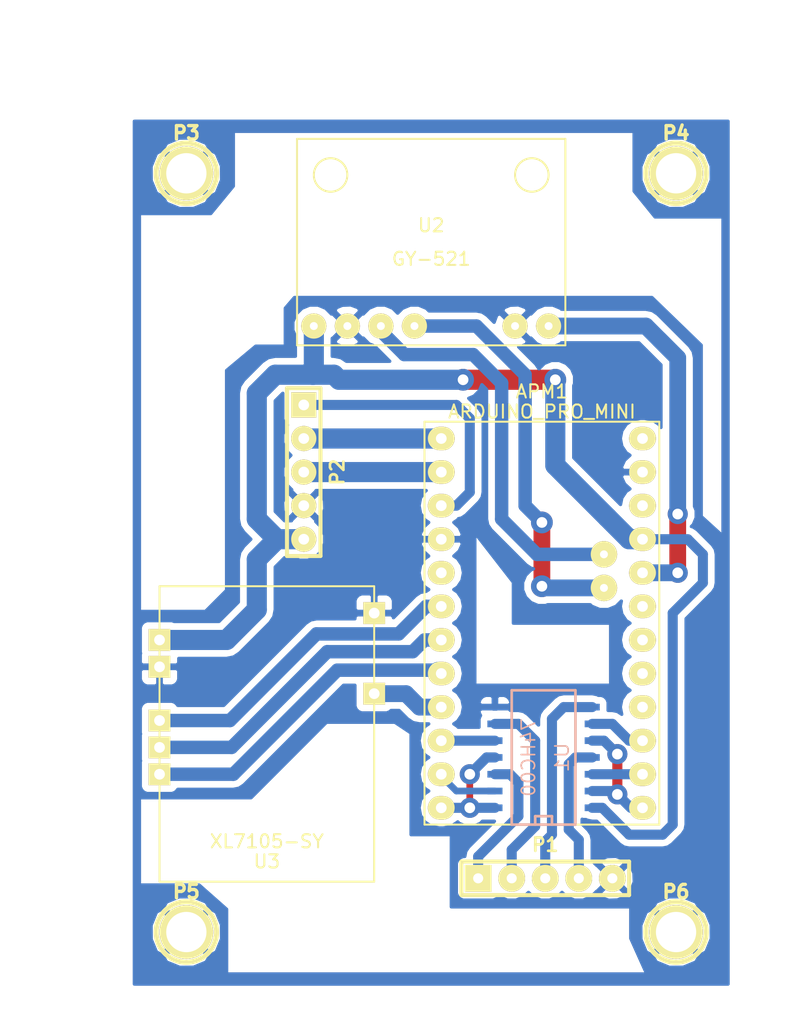
<source format=kicad_pcb>
(kicad_pcb (version 3) (host pcbnew "(22-Jun-2014 BZR 4027)-stable")

  (general
    (links 38)
    (no_connects 0)
    (area 108.712 63.5 170.496572 129.032001)
    (thickness 1.6)
    (drawings 6)
    (tracks 125)
    (zones 0)
    (modules 10)
    (nets 23)
  )

  (page USLetter)
  (layers
    (15 F.Cu signal)
    (0 B.Cu signal)
    (16 B.Adhes user)
    (17 F.Adhes user)
    (18 B.Paste user)
    (19 F.Paste user)
    (20 B.SilkS user)
    (21 F.SilkS user)
    (22 B.Mask user)
    (23 F.Mask user)
    (24 Dwgs.User user)
    (25 Cmts.User user)
    (26 Eco1.User user)
    (27 Eco2.User user)
    (28 Edge.Cuts user)
  )

  (setup
    (last_trace_width 1.524)
    (user_trace_width 0.381)
    (user_trace_width 0.508)
    (user_trace_width 0.635)
    (user_trace_width 0.762)
    (user_trace_width 0.889)
    (user_trace_width 1.016)
    (user_trace_width 1.143)
    (user_trace_width 1.27)
    (user_trace_width 1.397)
    (user_trace_width 1.524)
    (user_trace_width 1.651)
    (user_trace_width 1.778)
    (trace_clearance 0.2032)
    (zone_clearance 0.508)
    (zone_45_only no)
    (trace_min 0.254)
    (segment_width 0.2)
    (edge_width 0.1)
    (via_size 0.889)
    (via_drill 0.635)
    (via_min_size 0.889)
    (via_min_drill 0.508)
    (user_via 1.016 0.8128)
    (user_via 1.143 0.8128)
    (user_via 1.27 0.8128)
    (user_via 1.397 0.8128)
    (user_via 1.524 0.8128)
    (user_via 1.651 0.8128)
    (user_via 1.778 0.8128)
    (uvia_size 0.508)
    (uvia_drill 0.127)
    (uvias_allowed no)
    (uvia_min_size 0.508)
    (uvia_min_drill 0.127)
    (pcb_text_width 0.3)
    (pcb_text_size 1.5 1.5)
    (mod_edge_width 0.15)
    (mod_text_size 1 1)
    (mod_text_width 0.15)
    (pad_size 1.651 1.651)
    (pad_drill 0.8128)
    (pad_to_mask_clearance 0)
    (aux_axis_origin 0 0)
    (visible_elements FFFFFFBF)
    (pcbplotparams
      (layerselection 32769)
      (usegerberextensions false)
      (excludeedgelayer true)
      (linewidth 0.150000)
      (plotframeref false)
      (viasonmask false)
      (mode 1)
      (useauxorigin false)
      (hpglpennumber 1)
      (hpglpenspeed 20)
      (hpglpendiameter 15)
      (hpglpenoverlay 2)
      (psnegative false)
      (psa4output false)
      (plotreference true)
      (plotvalue true)
      (plotothertext true)
      (plotinvisibletext false)
      (padsonsilk false)
      (subtractmaskfromsilk false)
      (outputformat 1)
      (mirror false)
      (drillshape 0)
      (scaleselection 1)
      (outputdirectory ""))
  )

  (net 0 "")
  (net 1 /PWM1A)
  (net 2 /PWM1B)
  (net 3 /PWM2A)
  (net 4 /PWM2B)
  (net 5 /SCL)
  (net 6 /SDA)
  (net 7 EN1_A)
  (net 8 EN1_B)
  (net 9 EN2_A)
  (net 10 EN2_B)
  (net 11 GIO)
  (net 12 GND)
  (net 13 INT)
  (net 14 PWM1)
  (net 15 PWM2)
  (net 16 RST)
  (net 17 RX)
  (net 18 SCK)
  (net 19 SCS)
  (net 20 SDIO)
  (net 21 TX)
  (net 22 VCC)

  (net_class Default "This is the default net class."
    (clearance 0.2032)
    (trace_width 0.254)
    (via_dia 0.889)
    (via_drill 0.635)
    (uvia_dia 0.508)
    (uvia_drill 0.127)
    (add_net "")
    (add_net /PWM1A)
    (add_net /PWM1B)
    (add_net /PWM2A)
    (add_net /PWM2B)
    (add_net /SCL)
    (add_net /SDA)
    (add_net EN1_A)
    (add_net EN1_B)
    (add_net EN2_A)
    (add_net EN2_B)
    (add_net GIO)
    (add_net GND)
    (add_net INT)
    (add_net PWM1)
    (add_net PWM2)
    (add_net RST)
    (add_net RX)
    (add_net SCK)
    (add_net SCS)
    (add_net SDIO)
    (add_net TX)
    (add_net VCC)
  )

  (module ArduinoProMini (layer F.Cu) (tedit 55C57725) (tstamp 555C2654)
    (at 139.7 101.6)
    (path /555C215E)
    (fp_text reference APM1 (at 0 -17.526) (layer F.SilkS)
      (effects (font (size 1 1) (thickness 0.15)))
    )
    (fp_text value ARDUINO_PRO_MINI (at 0 -16.002) (layer F.SilkS)
      (effects (font (size 1 1) (thickness 0.15)))
    )
    (fp_line (start -8.89 -15.24) (end 8.89 -15.24) (layer F.SilkS) (width 0.15))
    (fp_line (start 8.89 -15.24) (end 8.89 15.24) (layer F.SilkS) (width 0.15))
    (fp_line (start 8.89 15.24) (end -8.89 15.24) (layer F.SilkS) (width 0.15))
    (fp_line (start -8.89 15.24) (end -8.89 -15.24) (layer F.SilkS) (width 0.15))
    (pad 1 thru_hole oval (at -7.62 -13.97) (size 2.032 1.778) (drill 0.8128)
      (layers *.Cu *.Mask F.SilkS)
      (net 21 TX)
    )
    (pad 2 thru_hole oval (at -7.62 -11.43) (size 2.032 1.778) (drill 0.8128)
      (layers *.Cu *.Mask F.SilkS)
      (net 17 RX)
    )
    (pad 3 thru_hole oval (at -7.62 -8.89) (size 2.032 1.778) (drill 0.8128)
      (layers *.Cu *.Mask F.SilkS)
      (net 16 RST)
    )
    (pad 4 thru_hole oval (at -7.62 -6.35) (size 2.032 1.778) (drill 0.8128)
      (layers *.Cu *.Mask F.SilkS)
      (net 12 GND)
    )
    (pad 5 thru_hole oval (at -7.62 -3.81) (size 2.032 1.778) (drill 0.8128)
      (layers *.Cu *.Mask F.SilkS)
    )
    (pad 6 thru_hole oval (at -7.62 -1.27) (size 2.032 1.778) (drill 0.8128)
      (layers *.Cu *.Mask F.SilkS)
      (net 19 SCS)
    )
    (pad 7 thru_hole oval (at -7.62 1.27) (size 2.032 1.778) (drill 0.8128)
      (layers *.Cu *.Mask F.SilkS)
      (net 18 SCK)
    )
    (pad 8 thru_hole oval (at -7.62 3.81) (size 2.032 1.778) (drill 0.8128)
      (layers *.Cu *.Mask F.SilkS)
      (net 20 SDIO)
    )
    (pad 9 thru_hole oval (at -7.62 6.35) (size 2.032 1.778) (drill 0.8128)
      (layers *.Cu *.Mask F.SilkS)
      (net 11 GIO)
    )
    (pad 10 thru_hole oval (at -7.62 8.89) (size 2.032 1.778) (drill 0.8128)
      (layers *.Cu *.Mask F.SilkS)
      (net 8 EN1_B)
    )
    (pad 11 thru_hole oval (at -7.62 11.43) (size 2.032 1.778) (drill 0.8128)
      (layers *.Cu *.Mask F.SilkS)
      (net 7 EN1_A)
    )
    (pad 12 thru_hole oval (at -7.62 13.97) (size 2.032 1.778) (drill 0.8128)
      (layers *.Cu *.Mask F.SilkS)
      (net 14 PWM1)
    )
    (pad 13 thru_hole oval (at 7.62 13.97) (size 2.032 1.778) (drill 0.8128)
      (layers *.Cu *.Mask F.SilkS)
      (net 15 PWM2)
    )
    (pad 14 thru_hole oval (at 7.62 11.43) (size 2.032 1.778) (drill 0.8128)
      (layers *.Cu *.Mask F.SilkS)
      (net 10 EN2_B)
    )
    (pad 15 thru_hole oval (at 7.62 8.89) (size 2.032 1.778) (drill 0.8128)
      (layers *.Cu *.Mask F.SilkS)
      (net 9 EN2_A)
    )
    (pad 16 thru_hole oval (at 7.62 6.35) (size 2.032 1.778) (drill 0.8128)
      (layers *.Cu *.Mask F.SilkS)
    )
    (pad 17 thru_hole oval (at 7.62 3.81) (size 2.032 1.778) (drill 0.8128)
      (layers *.Cu *.Mask F.SilkS)
    )
    (pad 18 thru_hole oval (at 7.62 1.27) (size 2.032 1.778) (drill 0.8128)
      (layers *.Cu *.Mask F.SilkS)
    )
    (pad 19 thru_hole oval (at 7.62 -1.27) (size 2.032 1.778) (drill 0.8128)
      (layers *.Cu *.Mask F.SilkS)
    )
    (pad 20 thru_hole oval (at 7.62 -3.81) (size 2.032 1.778) (drill 0.8128)
      (layers *.Cu *.Mask F.SilkS)
      (net 13 INT)
    )
    (pad 21 thru_hole oval (at 7.62 -6.35) (size 2.032 1.778) (drill 0.8128)
      (layers *.Cu *.Mask F.SilkS)
      (net 22 VCC)
    )
    (pad 22 thru_hole oval (at 7.62 -8.89) (size 2.032 1.778) (drill 0.8128)
      (layers *.Cu *.Mask F.SilkS)
    )
    (pad 23 thru_hole oval (at 7.62 -11.43) (size 2.032 1.778) (drill 0.8128)
      (layers *.Cu *.Mask F.SilkS)
      (net 12 GND)
    )
    (pad 24 thru_hole oval (at 7.62 -13.97) (size 2.032 1.778) (drill 0.8128)
      (layers *.Cu *.Mask F.SilkS)
    )
    (pad 25 thru_hole circle (at 4.699 -5.207) (size 2 2) (drill 0.6)
      (layers *.Cu *.Mask F.SilkS)
      (net 5 /SCL)
    )
    (pad 26 thru_hole circle (at 4.699 -2.667) (size 2 2) (drill 0.6)
      (layers *.Cu *.Mask F.SilkS)
      (net 6 /SDA)
    )
  )

  (module SOP14N (layer B.Cu) (tedit 555D0CF5) (tstamp 555D1700)
    (at 139.954 111.76 90)
    (descr "Module CMS SOP 14 pins Large")
    (tags "CMS SOP")
    (path /555C25E6)
    (attr smd)
    (fp_text reference U1 (at 0 1.27 90) (layer B.SilkS)
      (effects (font (size 1.016 1.143) (thickness 0.127)) (justify mirror))
    )
    (fp_text value 74HC00 (at 0 -1.27 90) (layer B.SilkS)
      (effects (font (size 1.016 1.016) (thickness 0.127)) (justify mirror))
    )
    (fp_line (start 5.08 2.286) (end 5.08 -2.54) (layer B.SilkS) (width 0.2032))
    (fp_line (start 5.08 -2.54) (end -5.08 -2.54) (layer B.SilkS) (width 0.2032))
    (fp_line (start -5.08 -2.54) (end -5.08 2.286) (layer B.SilkS) (width 0.2032))
    (fp_line (start -5.08 2.286) (end 5.08 2.286) (layer B.SilkS) (width 0.2032))
    (fp_line (start -5.08 0.508) (end -4.445 0.508) (layer B.SilkS) (width 0.2032))
    (fp_line (start -4.445 0.508) (end -4.445 -0.762) (layer B.SilkS) (width 0.2032))
    (fp_line (start -4.445 -0.762) (end -5.08 -0.762) (layer B.SilkS) (width 0.2032))
    (pad 1 smd rect (at -3.81 -3.81 90) (size 0.508 1.143)
      (layers B.Cu B.Paste B.Mask)
      (net 14 PWM1)
    )
    (pad 2 smd rect (at -2.54 -3.81 90) (size 0.508 1.143)
      (layers B.Cu B.Paste B.Mask)
      (net 7 EN1_A)
    )
    (pad 3 smd rect (at -1.27 -3.81 90) (size 0.508 1.143)
      (layers B.Cu B.Paste B.Mask)
      (net 3 /PWM2A)
    )
    (pad 4 smd rect (at 0 -3.81 90) (size 0.508 1.143)
      (layers B.Cu B.Paste B.Mask)
      (net 14 PWM1)
    )
    (pad 5 smd rect (at 1.27 -3.81 90) (size 0.508 1.143)
      (layers B.Cu B.Paste B.Mask)
      (net 8 EN1_B)
    )
    (pad 6 smd rect (at 2.54 -3.81 90) (size 0.508 1.143)
      (layers B.Cu B.Paste B.Mask)
      (net 4 /PWM2B)
    )
    (pad 7 smd rect (at 3.81 -3.81 90) (size 0.508 1.143)
      (layers B.Cu B.Paste B.Mask)
      (net 12 GND)
    )
    (pad 8 smd rect (at 3.81 3.556 90) (size 0.508 1.143)
      (layers B.Cu B.Paste B.Mask)
      (net 1 /PWM1A)
    )
    (pad 9 smd rect (at 2.54 3.556 90) (size 0.508 1.143)
      (layers B.Cu B.Paste B.Mask)
      (net 9 EN2_A)
    )
    (pad 11 smd rect (at 0 3.556 90) (size 0.508 1.143)
      (layers B.Cu B.Paste B.Mask)
      (net 2 /PWM1B)
    )
    (pad 12 smd rect (at -1.27 3.556 90) (size 0.508 1.143)
      (layers B.Cu B.Paste B.Mask)
      (net 10 EN2_B)
    )
    (pad 13 smd rect (at -2.54 3.556 90) (size 0.508 1.143)
      (layers B.Cu B.Paste B.Mask)
      (net 15 PWM2)
    )
    (pad 14 smd rect (at -3.81 3.556 90) (size 0.508 1.143)
      (layers B.Cu B.Paste B.Mask)
      (net 22 VCC)
    )
    (pad 10 smd rect (at 1.27 3.556 90) (size 0.508 1.143)
      (layers B.Cu B.Paste B.Mask)
      (net 15 PWM2)
    )
    (model smd/cms_so14.wrl
      (at (xyz 0 0 0))
      (scale (xyz 0.5 0.4 0.5))
      (rotate (xyz 0 0 0))
    )
  )

  (module GY-521 (layer F.Cu) (tedit 55C66E38) (tstamp 555D1ABA)
    (at 131.318 72.771)
    (path /555D180F)
    (fp_text reference U2 (at 0 -1.27) (layer F.SilkS)
      (effects (font (size 1 1) (thickness 0.15)))
    )
    (fp_text value GY-521 (at 0 1.27) (layer F.SilkS)
      (effects (font (size 1 1) (thickness 0.15)))
    )
    (fp_circle (center -7.62 -5.08) (end -6.35 -5.08) (layer F.SilkS) (width 0.15))
    (fp_circle (center 7.62 -5.08) (end 8.89 -5.08) (layer F.SilkS) (width 0.15))
    (fp_line (start -10.16 -7.8105) (end 10.16 -7.8105) (layer F.SilkS) (width 0.15))
    (fp_line (start 10.16 -7.8105) (end 10.16 7.8105) (layer F.SilkS) (width 0.15))
    (fp_line (start 10.16 7.8105) (end -10.16 7.8105) (layer F.SilkS) (width 0.15))
    (fp_line (start -10.16 7.8105) (end -10.16 -7.8105) (layer F.SilkS) (width 0.15))
    (pad 1 thru_hole circle (at -8.89 6.35) (size 1.905 1.905) (drill 0.6)
      (layers *.Cu *.Mask F.SilkS)
      (net 22 VCC)
    )
    (pad 2 thru_hole circle (at -6.35 6.35) (size 1.905 1.905) (drill 0.6)
      (layers *.Cu *.Mask F.SilkS)
      (net 12 GND)
    )
    (pad 3 thru_hole circle (at -3.81 6.35) (size 1.905 1.905) (drill 0.6)
      (layers *.Cu *.Mask F.SilkS)
      (net 5 /SCL)
    )
    (pad 4 thru_hole circle (at -1.27 6.35) (size 1.905 1.905) (drill 0.6)
      (layers *.Cu *.Mask F.SilkS)
      (net 6 /SDA)
    )
    (pad 7 thru_hole circle (at 6.35 6.35) (size 1.905 1.905) (drill 0.6)
      (layers *.Cu *.Mask F.SilkS)
      (net 12 GND)
    )
    (pad 8 thru_hole circle (at 8.89 6.35) (size 1.905 1.905) (drill 0.6)
      (layers *.Cu *.Mask F.SilkS)
      (net 13 INT)
    )
  )

  (module PIN_ARRAY_5x1 (layer F.Cu) (tedit 555D21C7) (tstamp 555C2947)
    (at 139.954 120.904)
    (descr "Double rangee de contacts 2 x 5 pins")
    (tags CONN)
    (path /555D2538)
    (fp_text reference P1 (at 0 -2.54) (layer F.SilkS)
      (effects (font (size 1.016 1.016) (thickness 0.2032)))
    )
    (fp_text value PWM (at 0 2.54) (layer F.SilkS) hide
      (effects (font (size 1.016 1.016) (thickness 0.2032)))
    )
    (fp_line (start -6.35 -1.27) (end -6.35 1.27) (layer F.SilkS) (width 0.3048))
    (fp_line (start 6.35 1.27) (end 6.35 -1.27) (layer F.SilkS) (width 0.3048))
    (fp_line (start -6.35 -1.27) (end 6.35 -1.27) (layer F.SilkS) (width 0.3048))
    (fp_line (start 6.35 1.27) (end -6.35 1.27) (layer F.SilkS) (width 0.3048))
    (pad 1 thru_hole rect (at -5.08 0) (size 2.032 2.032) (drill 0.762)
      (layers *.Cu *.Mask F.SilkS)
      (net 3 /PWM2A)
    )
    (pad 2 thru_hole circle (at -2.54 0) (size 2.032 2.032) (drill 0.762)
      (layers *.Cu *.Mask F.SilkS)
      (net 4 /PWM2B)
    )
    (pad 3 thru_hole circle (at 0 0) (size 2.032 2.032) (drill 0.762)
      (layers *.Cu *.Mask F.SilkS)
      (net 1 /PWM1A)
    )
    (pad 4 thru_hole circle (at 2.54 0) (size 2.032 2.032) (drill 0.762)
      (layers *.Cu *.Mask F.SilkS)
      (net 2 /PWM1B)
    )
    (pad 5 thru_hole circle (at 5.08 0) (size 2.032 2.032) (drill 0.762)
      (layers *.Cu *.Mask F.SilkS)
      (net 12 GND)
    )
    (model pin_array/pins_array_5x1.wrl
      (at (xyz 0 0 0))
      (scale (xyz 1 1 1))
      (rotate (xyz 0 0 0))
    )
  )

  (module PIN_ARRAY_5x1 (layer F.Cu) (tedit 55C64FD4) (tstamp 55C64405)
    (at 121.666 90.17 270)
    (descr "Double rangee de contacts 2 x 5 pins")
    (tags CONN)
    (path /55C646AB)
    (fp_text reference P2 (at 0 -2.54 270) (layer F.SilkS)
      (effects (font (size 1.016 1.016) (thickness 0.2032)))
    )
    (fp_text value BT_USB (at 0 2.54 270) (layer F.SilkS) hide
      (effects (font (size 1.016 1.016) (thickness 0.2032)))
    )
    (fp_line (start -6.35 -1.27) (end -6.35 1.27) (layer F.SilkS) (width 0.3048))
    (fp_line (start 6.35 1.27) (end 6.35 -1.27) (layer F.SilkS) (width 0.3048))
    (fp_line (start -6.35 -1.27) (end 6.35 -1.27) (layer F.SilkS) (width 0.3048))
    (fp_line (start 6.35 1.27) (end -6.35 1.27) (layer F.SilkS) (width 0.3048))
    (pad 1 thru_hole rect (at -5.08 0 270) (size 1.905 1.905) (drill 0.8128)
      (layers *.Cu *.Mask F.SilkS)
      (net 16 RST)
    )
    (pad 2 thru_hole circle (at -2.54 0 270) (size 1.905 1.905) (drill 0.8128)
      (layers *.Cu *.Mask F.SilkS)
      (net 21 TX)
    )
    (pad 3 thru_hole circle (at 0 0 270) (size 1.905 1.905) (drill 0.8128)
      (layers *.Cu *.Mask F.SilkS)
      (net 17 RX)
    )
    (pad 4 thru_hole circle (at 2.54 0 270) (size 1.905 1.905) (drill 0.8128)
      (layers *.Cu *.Mask F.SilkS)
      (net 12 GND)
    )
    (pad 5 thru_hole circle (at 5.08 0 270) (size 1.905 1.905) (drill 0.8128)
      (layers *.Cu *.Mask F.SilkS)
      (net 22 VCC)
    )
    (model pin_array/pins_array_5x1.wrl
      (at (xyz 0 0 0))
      (scale (xyz 1 1 1))
      (rotate (xyz 0 0 0))
    )
  )

  (module XL7105-SY (layer F.Cu) (tedit 55C66C16) (tstamp 55C65DBD)
    (at 118.872 109.982 180)
    (path /55C65FCA)
    (fp_text reference U3 (at 0 -9.652 180) (layer F.SilkS)
      (effects (font (size 1 1) (thickness 0.15)))
    )
    (fp_text value XL7105-SY (at 0 -8.128 180) (layer F.SilkS)
      (effects (font (size 1 1) (thickness 0.15)))
    )
    (fp_line (start 8.128 11.176) (end 8.128 -11.176) (layer F.SilkS) (width 0.15))
    (fp_line (start 8.128 -11.176) (end -8.128 -11.176) (layer F.SilkS) (width 0.15))
    (fp_line (start -8.128 -11.176) (end -8.128 11.176) (layer F.SilkS) (width 0.15))
    (fp_line (start -8.128 11.176) (end 8.128 11.176) (layer F.SilkS) (width 0.15))
    (pad 13 thru_hole rect (at 8.128 7.112 180) (size 1.651 1.651) (drill 0.8128)
      (layers *.Cu *.Mask F.SilkS)
      (net 22 VCC)
    )
    (pad 12 thru_hole rect (at 8.128 5.08 180) (size 1.651 1.651) (drill 0.8128)
      (layers *.Cu *.Mask F.SilkS)
      (net 12 GND)
    )
    (pad 10 thru_hole rect (at 8.128 1.016 180) (size 1.651 1.651) (drill 0.8128)
      (layers *.Cu *.Mask F.SilkS)
      (net 19 SCS)
    )
    (pad 9 thru_hole rect (at 8.128 -1.016 180) (size 1.651 1.651) (drill 0.8128)
      (layers *.Cu *.Mask F.SilkS)
      (net 18 SCK)
    )
    (pad 7 thru_hole rect (at -8.128 9.144 180) (size 1.651 1.651) (drill 0.8128)
      (layers *.Cu *.Mask F.SilkS)
      (net 12 GND)
    )
    (pad 4 thru_hole rect (at -8.128 3.048 180) (size 1.651 1.651) (drill 0.8128)
      (layers *.Cu *.Mask F.SilkS)
      (net 11 GIO)
    )
    (pad 8 thru_hole rect (at 8.128 -3.048 180) (size 1.651 1.651) (drill 0.8128)
      (layers *.Cu *.Mask F.SilkS)
      (net 20 SDIO)
    )
  )

  (module 1pin (layer F.Cu) (tedit 200000) (tstamp 55C660CC)
    (at 112.776 67.564)
    (descr "module 1 pin (ou trou mecanique de percage)")
    (tags DEV)
    (path /55C66296)
    (fp_text reference P3 (at 0 -3.048) (layer F.SilkS)
      (effects (font (size 1.016 1.016) (thickness 0.254)))
    )
    (fp_text value CONN_1 (at 0 2.794) (layer F.SilkS) hide
      (effects (font (size 1.016 1.016) (thickness 0.254)))
    )
    (fp_circle (center 0 0) (end 0 -2.286) (layer F.SilkS) (width 0.381))
    (pad 1 thru_hole circle (at 0 0) (size 4.064 4.064) (drill 3.048)
      (layers *.Cu *.Mask F.SilkS)
      (net 12 GND)
    )
  )

  (module 1pin (layer F.Cu) (tedit 200000) (tstamp 55C660D2)
    (at 149.86 67.564)
    (descr "module 1 pin (ou trou mecanique de percage)")
    (tags DEV)
    (path /55C662A3)
    (fp_text reference P4 (at 0 -3.048) (layer F.SilkS)
      (effects (font (size 1.016 1.016) (thickness 0.254)))
    )
    (fp_text value CONN_1 (at 0 2.794) (layer F.SilkS) hide
      (effects (font (size 1.016 1.016) (thickness 0.254)))
    )
    (fp_circle (center 0 0) (end 0 -2.286) (layer F.SilkS) (width 0.381))
    (pad 1 thru_hole circle (at 0 0) (size 4.064 4.064) (drill 3.048)
      (layers *.Cu *.Mask F.SilkS)
      (net 12 GND)
    )
  )

  (module 1pin (layer F.Cu) (tedit 200000) (tstamp 55C660D8)
    (at 112.776 124.968)
    (descr "module 1 pin (ou trou mecanique de percage)")
    (tags DEV)
    (path /55C662A9)
    (fp_text reference P5 (at 0 -3.048) (layer F.SilkS)
      (effects (font (size 1.016 1.016) (thickness 0.254)))
    )
    (fp_text value CONN_1 (at 0 2.794) (layer F.SilkS) hide
      (effects (font (size 1.016 1.016) (thickness 0.254)))
    )
    (fp_circle (center 0 0) (end 0 -2.286) (layer F.SilkS) (width 0.381))
    (pad 1 thru_hole circle (at 0 0) (size 4.064 4.064) (drill 3.048)
      (layers *.Cu *.Mask F.SilkS)
      (net 12 GND)
    )
  )

  (module 1pin (layer F.Cu) (tedit 200000) (tstamp 55C660DE)
    (at 149.86 124.968)
    (descr "module 1 pin (ou trou mecanique de percage)")
    (tags DEV)
    (path /55C662AF)
    (fp_text reference P6 (at 0 -3.048) (layer F.SilkS)
      (effects (font (size 1.016 1.016) (thickness 0.254)))
    )
    (fp_text value CONN_1 (at 0 2.794) (layer F.SilkS) hide
      (effects (font (size 1.016 1.016) (thickness 0.254)))
    )
    (fp_circle (center 0 0) (end 0 -2.286) (layer F.SilkS) (width 0.381))
    (pad 1 thru_hole circle (at 0 0) (size 4.064 4.064) (drill 3.048)
      (layers *.Cu *.Mask F.SilkS)
      (net 12 GND)
    )
  )

  (dimension 65.532 (width 0.3) (layer Dwgs.User)
    (gr_text 65,532mm (at 104.949 96.266 90) (layer Dwgs.User)
      (effects (font (size 1.5 1.5) (thickness 0.3)))
    )
    (feature1 (pts (xy 108.712 63.5) (xy 103.599 63.5)))
    (feature2 (pts (xy 108.712 129.032) (xy 103.599 129.032)))
    (crossbar (pts (xy 106.299 129.032) (xy 106.299 63.5)))
    (arrow1a (pts (xy 106.299 63.5) (xy 106.88542 64.626503)))
    (arrow1b (pts (xy 106.299 63.5) (xy 105.71258 64.626503)))
    (arrow2a (pts (xy 106.299 129.032) (xy 106.88542 127.905497)))
    (arrow2b (pts (xy 106.299 129.032) (xy 105.71258 127.905497)))
  )
  (dimension 37.084 (width 0.3) (layer Dwgs.User)
    (gr_text 37,084mm (at 131.318 132.540999) (layer Dwgs.User)
      (effects (font (size 1.5 1.5) (thickness 0.3)))
    )
    (feature1 (pts (xy 149.86 124.968) (xy 149.86 133.890999)))
    (feature2 (pts (xy 112.776 124.968) (xy 112.776 133.890999)))
    (crossbar (pts (xy 112.776 131.190999) (xy 149.86 131.190999)))
    (arrow1a (pts (xy 149.86 131.190999) (xy 148.733497 131.777419)))
    (arrow1b (pts (xy 149.86 131.190999) (xy 148.733497 130.604579)))
    (arrow2a (pts (xy 112.776 131.190999) (xy 113.902503 131.777419)))
    (arrow2b (pts (xy 112.776 131.190999) (xy 113.902503 130.604579)))
  )
  (dimension 57.404 (width 0.3) (layer Dwgs.User)
    (gr_text 57,404mm (at 157.178999 96.266 270) (layer Dwgs.User)
      (effects (font (size 1.5 1.5) (thickness 0.3)))
    )
    (feature1 (pts (xy 149.86 124.968) (xy 158.528999 124.968)))
    (feature2 (pts (xy 149.86 67.564) (xy 158.528999 67.564)))
    (crossbar (pts (xy 155.828999 67.564) (xy 155.828999 124.968)))
    (arrow1a (pts (xy 155.828999 124.968) (xy 155.242579 123.841497)))
    (arrow1b (pts (xy 155.828999 124.968) (xy 156.415419 123.841497)))
    (arrow2a (pts (xy 155.828999 67.564) (xy 155.242579 68.690503)))
    (arrow2b (pts (xy 155.828999 67.564) (xy 156.415419 68.690503)))
  )
  (dimension 18.542 (width 0.3) (layer Dwgs.User)
    (gr_text 18,542mm (at 122.047 60.499001) (layer Dwgs.User)
      (effects (font (size 1.5 1.5) (thickness 0.3)))
    )
    (feature1 (pts (xy 131.318 67.564) (xy 131.318 59.149001)))
    (feature2 (pts (xy 112.776 67.564) (xy 112.776 59.149001)))
    (crossbar (pts (xy 112.776 61.849001) (xy 131.318 61.849001)))
    (arrow1a (pts (xy 131.318 61.849001) (xy 130.191497 62.435421)))
    (arrow1b (pts (xy 131.318 61.849001) (xy 130.191497 61.262581)))
    (arrow2a (pts (xy 112.776 61.849001) (xy 113.902503 62.435421)))
    (arrow2b (pts (xy 112.776 61.849001) (xy 113.902503 61.262581)))
  )
  (dimension 45.212 (width 0.3) (layer Dwgs.User)
    (gr_text 45,212mm (at 131.318 56.308001) (layer Dwgs.User)
      (effects (font (size 1.5 1.5) (thickness 0.3)))
    )
    (feature1 (pts (xy 153.924 63.5) (xy 153.924 54.958001)))
    (feature2 (pts (xy 108.712 63.5) (xy 108.712 54.958001)))
    (crossbar (pts (xy 108.712 57.658001) (xy 153.924 57.658001)))
    (arrow1a (pts (xy 153.924 57.658001) (xy 152.797497 58.244421)))
    (arrow1b (pts (xy 153.924 57.658001) (xy 152.797497 57.071581)))
    (arrow2a (pts (xy 108.712 57.658001) (xy 109.838503 58.244421)))
    (arrow2b (pts (xy 108.712 57.658001) (xy 109.838503 57.071581)))
  )
  (gr_line (start 120.396 97.79) (end 122.936 97.79) (angle 90) (layer Dwgs.User) (width 0.2))

  (segment (start 139.954 120.904) (end 139.954 118.11) (width 0.762) (layer B.Cu) (net 1))
  (segment (start 141.351 107.95) (end 143.51 107.95) (width 0.762) (layer B.Cu) (net 1) (tstamp 55C57B28))
  (segment (start 140.462 108.839) (end 141.351 107.95) (width 0.762) (layer B.Cu) (net 1) (tstamp 55C57B27))
  (segment (start 140.462 117.602) (end 140.462 108.839) (width 0.762) (layer B.Cu) (net 1) (tstamp 55C57B26))
  (segment (start 139.954 118.11) (end 140.462 117.602) (width 0.762) (layer B.Cu) (net 1) (tstamp 55C57B25))
  (segment (start 142.494 120.904) (end 142.494 117.983) (width 0.762) (layer B.Cu) (net 2))
  (segment (start 142.24 111.76) (end 143.51 111.76) (width 0.762) (layer B.Cu) (net 2) (tstamp 55C57B2E))
  (segment (start 141.732 112.268) (end 142.24 111.76) (width 0.762) (layer B.Cu) (net 2) (tstamp 55C57B2D))
  (segment (start 141.732 117.221) (end 141.732 112.268) (width 0.762) (layer B.Cu) (net 2) (tstamp 55C57B2C))
  (segment (start 142.494 117.983) (end 141.732 117.221) (width 0.762) (layer B.Cu) (net 2) (tstamp 55C57B2B))
  (segment (start 134.874 120.904) (end 134.874 119.253) (width 0.762) (layer B.Cu) (net 3))
  (segment (start 134.874 119.253) (end 137.922 116.205) (width 0.762) (layer B.Cu) (net 3) (tstamp 55C57B15))
  (segment (start 137.922 116.205) (end 137.922 113.665) (width 0.762) (layer B.Cu) (net 3) (tstamp 55C57B16))
  (segment (start 137.922 113.665) (end 137.287 113.03) (width 0.762) (layer B.Cu) (net 3) (tstamp 55C57B17))
  (segment (start 137.287 113.03) (end 136.144 113.03) (width 0.762) (layer B.Cu) (net 3) (tstamp 55C57B18))
  (segment (start 137.414 120.904) (end 137.414 118.745) (width 0.762) (layer B.Cu) (net 4))
  (segment (start 137.922 109.22) (end 136.144 109.22) (width 0.762) (layer B.Cu) (net 4) (tstamp 55C57B22))
  (segment (start 139.192 110.49) (end 137.922 109.22) (width 0.762) (layer B.Cu) (net 4) (tstamp 55C57B21))
  (segment (start 139.192 116.967) (end 139.192 110.49) (width 0.762) (layer B.Cu) (net 4) (tstamp 55C57B20))
  (segment (start 137.414 118.745) (end 139.192 116.967) (width 0.762) (layer B.Cu) (net 4) (tstamp 55C57B1F))
  (segment (start 127.508 79.121) (end 127.508 79.502) (width 1.016) (layer B.Cu) (net 5) (status C00000))
  (segment (start 139.319 96.393) (end 144.399 96.393) (width 1.016) (layer B.Cu) (net 5) (tstamp 55C66E6D) (status 800000))
  (segment (start 136.652 93.726) (end 139.319 96.393) (width 1.016) (layer B.Cu) (net 5) (tstamp 55C66E69))
  (segment (start 136.652 83.439) (end 136.652 93.726) (width 1.016) (layer B.Cu) (net 5) (tstamp 55C66E65))
  (segment (start 134.493 81.28) (end 136.652 83.439) (width 1.016) (layer B.Cu) (net 5) (tstamp 55C66E64))
  (segment (start 129.286 81.28) (end 134.493 81.28) (width 1.016) (layer B.Cu) (net 5) (tstamp 55C66E63))
  (segment (start 127.508 79.502) (end 129.286 81.28) (width 1.016) (layer B.Cu) (net 5) (tstamp 55C66E62) (status 400000))
  (segment (start 130.048 79.121) (end 134.747 79.121) (width 1.016) (layer B.Cu) (net 6) (status 400000))
  (segment (start 138.43 82.804) (end 138.43 92.71) (width 1.016) (layer B.Cu) (net 6) (tstamp 55C66E58))
  (segment (start 134.747 79.121) (end 138.43 82.804) (width 1.016) (layer B.Cu) (net 6) (tstamp 55C66E57))
  (segment (start 138.43 92.71) (end 139.7 93.98) (width 1.016) (layer B.Cu) (net 6) (tstamp 55C66E59))
  (segment (start 139.827 98.933) (end 144.399 98.933) (width 1.27) (layer B.Cu) (net 6) (tstamp 55C57278))
  (segment (start 139.7 98.806) (end 139.827 98.933) (width 1.27) (layer B.Cu) (net 6) (tstamp 55C57277))
  (via (at 139.7 98.806) (size 1.651) (drill 0.8128) (layers F.Cu B.Cu) (net 6))
  (segment (start 139.7 93.98) (end 139.7 98.806) (width 1.27) (layer F.Cu) (net 6) (tstamp 55C57269))
  (via (at 139.7 93.98) (size 1.651) (drill 0.8128) (layers F.Cu B.Cu) (net 6))
  (segment (start 138.43 92.71) (end 139.7 93.98) (width 1.016) (layer B.Cu) (net 6) (tstamp 55C57261))
  (segment (start 132.08 113.03) (end 131.953 113.03) (width 0.508) (layer B.Cu) (net 7))
  (segment (start 133.223 114.3) (end 136.144 114.3) (width 0.508) (layer B.Cu) (net 7) (tstamp 55C57624))
  (segment (start 131.953 113.03) (end 133.223 114.3) (width 0.508) (layer B.Cu) (net 7) (tstamp 55C57621))
  (segment (start 132.08 110.49) (end 136.144 110.49) (width 0.762) (layer B.Cu) (net 8))
  (segment (start 143.51 109.22) (end 145.034 109.22) (width 0.762) (layer B.Cu) (net 9))
  (segment (start 146.304 110.49) (end 147.32 110.49) (width 0.762) (layer B.Cu) (net 9) (tstamp 55C57B42))
  (segment (start 145.034 109.22) (end 146.304 110.49) (width 0.762) (layer B.Cu) (net 9) (tstamp 55C57B41))
  (segment (start 143.51 113.03) (end 147.32 113.03) (width 0.762) (layer B.Cu) (net 10))
  (segment (start 127 106.934) (end 129.413 106.934) (width 1.27) (layer B.Cu) (net 11))
  (segment (start 130.429 107.95) (end 132.08 107.95) (width 1.27) (layer B.Cu) (net 11) (tstamp 55C66B08))
  (segment (start 129.413 106.934) (end 130.429 107.95) (width 1.27) (layer B.Cu) (net 11) (tstamp 55C66B06))
  (segment (start 140.208 79.121) (end 147.574 79.121) (width 1.27) (layer B.Cu) (net 13))
  (segment (start 147.574 79.121) (end 149.987 81.534) (width 1.27) (layer B.Cu) (net 13) (tstamp 55C66DF7))
  (segment (start 149.987 81.534) (end 149.987 93.345) (width 1.27) (layer B.Cu) (net 13) (tstamp 55C66DF9))
  (segment (start 147.32 97.79) (end 149.987 97.79) (width 1.27) (layer B.Cu) (net 13))
  (via (at 149.987 97.79) (size 1.524) (drill 0.8128) (layers F.Cu B.Cu) (net 13))
  (segment (start 149.987 93.345) (end 149.987 97.79) (width 1.27) (layer F.Cu) (net 13) (tstamp 55C64F0D))
  (via (at 149.987 93.345) (size 1.524) (drill 0.8128) (layers F.Cu B.Cu) (net 13))
  (segment (start 148.59 80.137) (end 149.987 81.534) (width 1.27) (layer B.Cu) (net 13) (tstamp 55C64EF6))
  (segment (start 132.08 115.57) (end 134.239 115.57) (width 0.762) (layer B.Cu) (net 14))
  (segment (start 136.144 115.57) (end 134.239 115.57) (width 0.762) (layer B.Cu) (net 14))
  (segment (start 136.144 111.76) (end 135.509 111.76) (width 0.762) (layer B.Cu) (net 14))
  (via (at 134.239 115.57) (size 1.524) (drill 0.8128) (layers F.Cu B.Cu) (net 14))
  (segment (start 134.239 113.03) (end 134.239 115.57) (width 0.508) (layer F.Cu) (net 14) (tstamp 55C57B03))
  (via (at 134.239 113.03) (size 1.524) (drill 0.8128) (layers F.Cu B.Cu) (net 14))
  (segment (start 135.509 111.76) (end 134.239 113.03) (width 0.762) (layer B.Cu) (net 14) (tstamp 55C57B00))
  (segment (start 143.51 114.3) (end 145.161 114.3) (width 0.762) (layer B.Cu) (net 15))
  (segment (start 145.161 114.3) (end 145.415 114.554) (width 0.635) (layer B.Cu) (net 15) (tstamp 55C57B7E))
  (segment (start 147.32 115.57) (end 146.431 115.57) (width 0.635) (layer B.Cu) (net 15))
  (segment (start 146.431 115.57) (end 145.415 114.554) (width 0.762) (layer B.Cu) (net 15) (tstamp 55C57B7A))
  (segment (start 143.51 110.49) (end 144.399 110.49) (width 0.762) (layer B.Cu) (net 15))
  (via (at 145.415 114.554) (size 1.524) (drill 0.8128) (layers F.Cu B.Cu) (net 15))
  (segment (start 145.415 111.506) (end 145.415 114.554) (width 0.762) (layer F.Cu) (net 15) (tstamp 55C57B48))
  (via (at 145.415 111.506) (size 1.524) (drill 0.8128) (layers F.Cu B.Cu) (net 15))
  (segment (start 144.399 110.49) (end 145.415 111.506) (width 0.762) (layer B.Cu) (net 15) (tstamp 55C57B45))
  (segment (start 121.666 85.09) (end 133.223 85.09) (width 0.762) (layer B.Cu) (net 16))
  (segment (start 133.223 92.71) (end 132.08 92.71) (width 0.762) (layer B.Cu) (net 16) (tstamp 55C650B7))
  (segment (start 134.239 91.694) (end 133.223 92.71) (width 0.762) (layer B.Cu) (net 16) (tstamp 55C650B5))
  (segment (start 134.239 86.106) (end 134.239 91.694) (width 0.762) (layer B.Cu) (net 16) (tstamp 55C650AF))
  (segment (start 133.223 85.09) (end 134.239 86.106) (width 0.762) (layer B.Cu) (net 16) (tstamp 55C650AA))
  (segment (start 121.666 90.17) (end 132.08 90.17) (width 1.524) (layer B.Cu) (net 17))
  (segment (start 110.744 110.998) (end 116.205 110.998) (width 1.016) (layer B.Cu) (net 18))
  (segment (start 130.81 102.87) (end 132.08 102.87) (width 1.016) (layer B.Cu) (net 18) (tstamp 55C66BC4) (status 800000))
  (segment (start 129.921 103.759) (end 130.81 102.87) (width 1.016) (layer B.Cu) (net 18) (tstamp 55C66BC3))
  (segment (start 123.444 103.759) (end 129.921 103.759) (width 1.016) (layer B.Cu) (net 18) (tstamp 55C66BC1))
  (segment (start 116.205 110.998) (end 123.444 103.759) (width 1.016) (layer B.Cu) (net 18) (tstamp 55C66BBF))
  (segment (start 110.744 108.966) (end 116.078 108.966) (width 1.016) (layer B.Cu) (net 19))
  (segment (start 130.937 100.33) (end 132.08 100.33) (width 1.016) (layer B.Cu) (net 19) (tstamp 55C66BBB) (status 800000))
  (segment (start 128.854202 102.412798) (end 130.937 100.33) (width 1.016) (layer B.Cu) (net 19) (tstamp 55C66BBA))
  (segment (start 122.631202 102.412798) (end 128.854202 102.412798) (width 1.016) (layer B.Cu) (net 19) (tstamp 55C66BB8))
  (segment (start 116.078 108.966) (end 122.631202 102.412798) (width 1.016) (layer B.Cu) (net 19) (tstamp 55C66BB6))
  (segment (start 110.744 113.03) (end 116.332 113.03) (width 1.016) (layer B.Cu) (net 20))
  (segment (start 131.826 105.156) (end 132.08 105.41) (width 1.27) (layer B.Cu) (net 20) (tstamp 55C66B94))
  (segment (start 124.206 105.156) (end 131.826 105.156) (width 1.016) (layer B.Cu) (net 20) (tstamp 55C66B93))
  (segment (start 116.332 113.03) (end 124.206 105.156) (width 1.016) (layer B.Cu) (net 20) (tstamp 55C66B91))
  (segment (start 121.666 87.63) (end 132.08 87.63) (width 1.524) (layer B.Cu) (net 21))
  (segment (start 122.428 79.121) (end 122.428 82.804) (width 1.524) (layer B.Cu) (net 22) (status 400000))
  (segment (start 122.301 82.423) (end 122.301 82.804) (width 1.524) (layer B.Cu) (net 22) (tstamp 55C66E86))
  (segment (start 122.301 82.677) (end 122.301 82.423) (width 1.524) (layer B.Cu) (net 22) (tstamp 55C66E85))
  (segment (start 122.428 82.804) (end 122.301 82.677) (width 1.524) (layer B.Cu) (net 22) (tstamp 55C66E82))
  (segment (start 119.507 82.804) (end 122.301 82.804) (width 1.524) (layer B.Cu) (net 22))
  (segment (start 122.301 82.804) (end 123.952 82.804) (width 1.524) (layer B.Cu) (net 22) (tstamp 55C66E87))
  (segment (start 119.634 95.25) (end 118.11 93.726) (width 1.524) (layer B.Cu) (net 22) (tstamp 55C6527B))
  (segment (start 118.11 93.726) (end 118.11 84.201) (width 1.524) (layer B.Cu) (net 22) (tstamp 55C6527F))
  (segment (start 118.11 84.201) (end 119.507 82.804) (width 1.524) (layer B.Cu) (net 22) (tstamp 55C65286))
  (segment (start 124.333 83.185) (end 133.731 83.185) (width 1.524) (layer B.Cu) (net 22) (tstamp 55C66DC9))
  (segment (start 123.952 82.804) (end 124.333 83.185) (width 1.524) (layer B.Cu) (net 22) (tstamp 55C66DBD))
  (segment (start 140.716 83.185) (end 140.716 89.662) (width 1.524) (layer B.Cu) (net 22))
  (segment (start 140.716 89.662) (end 144.653 93.599) (width 1.524) (layer B.Cu) (net 22) (tstamp 55C57B57))
  (segment (start 146.304 95.25) (end 147.32 95.25) (width 1.524) (layer B.Cu) (net 22))
  (via (at 133.731 83.185) (size 1.651) (drill 0.8128) (layers F.Cu B.Cu) (net 22))
  (segment (start 140.716 83.185) (end 133.731 83.185) (width 1.524) (layer F.Cu) (net 22) (tstamp 55C572C3))
  (via (at 140.716 83.185) (size 1.651) (drill 0.8128) (layers F.Cu B.Cu) (net 22))
  (segment (start 146.304 95.25) (end 144.653 93.599) (width 1.524) (layer B.Cu) (net 22) (tstamp 55C572B1))
  (segment (start 110.744 102.87) (end 115.824 102.87) (width 1.524) (layer B.Cu) (net 22))
  (segment (start 118.11 96.774) (end 119.634 95.25) (width 1.524) (layer B.Cu) (net 22) (tstamp 55C661EA))
  (segment (start 118.11 100.584) (end 118.11 96.774) (width 1.524) (layer B.Cu) (net 22) (tstamp 55C661E5))
  (segment (start 115.824 102.87) (end 118.11 100.584) (width 1.524) (layer B.Cu) (net 22) (tstamp 55C661E0))
  (segment (start 121.666 95.25) (end 119.634 95.25) (width 1.524) (layer B.Cu) (net 22))
  (segment (start 143.51 115.57) (end 144.272 115.57) (width 0.762) (layer B.Cu) (net 22))
  (segment (start 150.749 95.25) (end 147.32 95.25) (width 0.762) (layer B.Cu) (net 22) (tstamp 55C64F4F))
  (segment (start 151.892 96.393) (end 150.749 95.25) (width 0.762) (layer B.Cu) (net 22) (tstamp 55C64F4B))
  (segment (start 149.606 116.84) (end 149.606 100.838) (width 0.762) (layer B.Cu) (net 22) (tstamp 55C64F47))
  (segment (start 149.606 100.838) (end 151.892 98.552) (width 0.762) (layer B.Cu) (net 22) (tstamp 55C666F7))
  (segment (start 151.892 98.552) (end 151.892 96.393) (width 0.762) (layer B.Cu) (net 22) (tstamp 55C666F4))
  (segment (start 148.844 117.602) (end 149.606 116.84) (width 0.762) (layer B.Cu) (net 22) (tstamp 55C64F45))
  (segment (start 146.304 117.602) (end 148.844 117.602) (width 0.762) (layer B.Cu) (net 22) (tstamp 55C64F44))
  (segment (start 144.272 115.57) (end 146.304 117.602) (width 0.762) (layer B.Cu) (net 22) (tstamp 55C64F3E))

  (zone (net 12) (net_name GND) (layer B.Cu) (tstamp 555D257F) (hatch edge 0.508)
    (connect_pads (clearance 0.508))
    (min_thickness 0.254)
    (fill (arc_segments 16) (thermal_gap 0.508) (thermal_bridge_width 0.508))
    (polygon
      (pts
        (xy 153.924 129.032) (xy 108.712 129.032) (xy 108.712 63.5) (xy 153.924 63.5)
      )
    )
    (filled_polygon
      (pts
        (xy 153.797 128.905) (xy 153.416 128.905) (xy 153.416 95.02909) (xy 153.416 70.866) (xy 152.530877 70.866)
        (xy 152.530877 68.074612) (xy 152.522972 67.013644) (xy 152.132166 66.070155) (xy 151.75812 65.845485) (xy 151.578515 66.02509)
        (xy 151.578515 65.66588) (xy 151.353845 65.291834) (xy 150.370612 64.893123) (xy 149.309644 64.901028) (xy 148.366155 65.291834)
        (xy 148.141485 65.66588) (xy 149.86 67.384395) (xy 151.578515 65.66588) (xy 151.578515 66.02509) (xy 150.039605 67.564)
        (xy 151.75812 69.282515) (xy 152.132166 69.057845) (xy 152.530877 68.074612) (xy 152.530877 70.866) (xy 151.578515 70.866)
        (xy 151.578515 69.46212) (xy 149.86 67.743605) (xy 149.680395 67.92321) (xy 149.680395 67.564) (xy 147.96188 65.845485)
        (xy 147.587834 66.070155) (xy 147.189123 67.053388) (xy 147.197028 68.114356) (xy 147.587834 69.057845) (xy 147.96188 69.282515)
        (xy 149.680395 67.564) (xy 149.680395 67.92321) (xy 148.141485 69.46212) (xy 148.366155 69.836166) (xy 149.349388 70.234877)
        (xy 150.410356 70.226972) (xy 151.353845 69.836166) (xy 151.578515 69.46212) (xy 151.578515 70.866) (xy 148.269448 70.866)
        (xy 146.685 68.91591) (xy 146.685 64.389) (xy 116.332 64.389) (xy 116.332 68.534437) (xy 115.446877 69.609229)
        (xy 115.446877 68.074612) (xy 115.438972 67.013644) (xy 115.048166 66.070155) (xy 114.67412 65.845485) (xy 114.494515 66.02509)
        (xy 114.494515 65.66588) (xy 114.269845 65.291834) (xy 113.286612 64.893123) (xy 112.225644 64.901028) (xy 111.282155 65.291834)
        (xy 111.057485 65.66588) (xy 112.776 67.384395) (xy 114.494515 65.66588) (xy 114.494515 66.02509) (xy 112.955605 67.564)
        (xy 114.67412 69.282515) (xy 115.048166 69.057845) (xy 115.446877 68.074612) (xy 115.446877 69.609229) (xy 114.621066 70.612)
        (xy 114.494515 70.612) (xy 114.494515 69.46212) (xy 112.776 67.743605) (xy 112.596395 67.92321) (xy 112.596395 67.564)
        (xy 110.87788 65.845485) (xy 110.503834 66.070155) (xy 110.105123 67.053388) (xy 110.113028 68.114356) (xy 110.503834 69.057845)
        (xy 110.87788 69.282515) (xy 112.596395 67.564) (xy 112.596395 67.92321) (xy 111.057485 69.46212) (xy 111.282155 69.836166)
        (xy 112.265388 70.234877) (xy 113.326356 70.226972) (xy 114.269845 69.836166) (xy 114.494515 69.46212) (xy 114.494515 70.612)
        (xy 109.22 70.612) (xy 109.22 100.711) (xy 114.225605 100.711) (xy 115.824 99.112605) (xy 115.824 82.482484)
        (xy 118.02898 80.645) (xy 120.269 80.645) (xy 120.269 77.77098) (xy 120.962412 76.962) (xy 148.030651 76.962)
        (xy 151.765 80.57187) (xy 151.765 93.528181) (xy 153.416 95.02909) (xy 153.416 128.905) (xy 152.908 128.905)
        (xy 152.908 98.552) (xy 152.908 96.393) (xy 152.843492 96.0687) (xy 152.830662 96.004194) (xy 152.830662 96.004193)
        (xy 152.61042 95.67458) (xy 152.61042 95.674579) (xy 151.46742 94.53158) (xy 151.137807 94.311338) (xy 151.073299 94.298507)
        (xy 151.019859 94.287876) (xy 151.170629 94.13737) (xy 151.383757 93.6241) (xy 151.384242 93.068339) (xy 151.257 92.760389)
        (xy 151.257 81.534) (xy 151.160327 81.047992) (xy 150.885026 80.635974) (xy 150.885022 80.635971) (xy 149.488026 79.238974)
        (xy 149.488024 79.238973) (xy 148.472026 78.222974) (xy 148.060008 77.947673) (xy 147.574 77.850999) (xy 147.573994 77.851)
        (xy 141.18332 77.851) (xy 141.10842 77.775969) (xy 140.525158 77.533777) (xy 139.893612 77.533226) (xy 139.309929 77.774399)
        (xy 138.871032 78.21253) (xy 138.786159 78.182447) (xy 138.606553 78.362052) (xy 138.606553 78.002841) (xy 138.513711 77.740914)
        (xy 137.921199 77.522328) (xy 137.290141 77.547125) (xy 136.822289 77.740914) (xy 136.729447 78.002841) (xy 137.668 78.941395)
        (xy 138.606553 78.002841) (xy 138.606553 78.362052) (xy 137.847605 79.121) (xy 138.786159 80.059553) (xy 138.871583 80.029273)
        (xy 139.30758 80.466031) (xy 139.890842 80.708223) (xy 140.522388 80.708774) (xy 141.106071 80.467601) (xy 141.182805 80.391)
        (xy 147.047948 80.391) (xy 147.691973 81.035024) (xy 147.691974 81.035026) (xy 148.717 82.060051) (xy 148.717 86.791862)
        (xy 148.556976 86.552369) (xy 148.062555 86.222008) (xy 147.479345 86.106) (xy 147.160655 86.106) (xy 146.577445 86.222008)
        (xy 146.083024 86.552369) (xy 145.752663 87.04679) (xy 145.636655 87.63) (xy 145.752663 88.21321) (xy 146.083024 88.707631)
        (xy 146.367417 88.897656) (xy 145.960058 89.274215) (xy 145.712866 89.806987) (xy 145.83367 90.043) (xy 147.193 90.043)
        (xy 147.193 90.023) (xy 147.447 90.023) (xy 147.447 90.043) (xy 147.467 90.043) (xy 147.467 90.297)
        (xy 147.447 90.297) (xy 147.447 90.317) (xy 147.193 90.317) (xy 147.193 90.297) (xy 145.83367 90.297)
        (xy 145.712866 90.533013) (xy 145.960058 91.065785) (xy 146.367417 91.442343) (xy 146.083024 91.632369) (xy 145.752663 92.12679)
        (xy 145.653744 92.624087) (xy 145.64083 92.611174) (xy 145.640828 92.611172) (xy 145.640828 92.611171) (xy 142.113 89.083343)
        (xy 142.113 83.629099) (xy 142.176246 83.476786) (xy 142.176753 82.895763) (xy 141.954874 82.358774) (xy 141.544387 81.94757)
        (xy 141.007786 81.724754) (xy 140.426763 81.724247) (xy 139.889774 81.946126) (xy 139.479023 82.35616) (xy 139.238223 81.995777)
        (xy 137.941424 80.698978) (xy 138.045859 80.694875) (xy 138.513711 80.501086) (xy 138.606553 80.239159) (xy 137.668 79.300605)
        (xy 137.653857 79.314747) (xy 137.474252 79.135142) (xy 137.488395 79.121) (xy 136.549841 78.182447) (xy 136.287914 78.275289)
        (xy 136.080355 78.837909) (xy 135.555223 78.312777) (xy 135.184407 78.065006) (xy 134.747 77.978) (xy 131.150098 77.978)
        (xy 130.94842 77.775969) (xy 130.365158 77.533777) (xy 129.733612 77.533226) (xy 129.149929 77.774399) (xy 128.777742 78.145936)
        (xy 128.40842 77.775969) (xy 127.825158 77.533777) (xy 127.193612 77.533226) (xy 126.609929 77.774399) (xy 126.171032 78.21253)
        (xy 126.086159 78.182447) (xy 125.906553 78.362052) (xy 125.906553 78.002841) (xy 125.813711 77.740914) (xy 125.221199 77.522328)
        (xy 124.590141 77.547125) (xy 124.122289 77.740914) (xy 124.029447 78.002841) (xy 124.968 78.941395) (xy 125.906553 78.002841)
        (xy 125.906553 78.362052) (xy 125.147605 79.121) (xy 126.086159 80.059553) (xy 126.171583 80.029273) (xy 126.60758 80.466031)
        (xy 127.031691 80.642137) (xy 128.177553 81.788) (xy 125.906553 81.788) (xy 125.906553 80.239159) (xy 124.968 79.300605)
        (xy 124.029447 80.239159) (xy 124.122289 80.501086) (xy 124.714801 80.719672) (xy 125.345859 80.694875) (xy 125.813711 80.501086)
        (xy 125.906553 80.239159) (xy 125.906553 81.788) (xy 124.897665 81.788) (xy 124.486609 81.51334) (xy 123.952 81.407)
        (xy 123.825 81.407) (xy 123.825 80.050747) (xy 123.849841 80.059553) (xy 124.788395 79.121) (xy 123.849841 78.182447)
        (xy 123.764416 78.212726) (xy 123.32842 77.775969) (xy 122.745158 77.533777) (xy 122.113612 77.533226) (xy 121.529929 77.774399)
        (xy 121.082969 78.22058) (xy 120.840777 78.803842) (xy 120.840226 79.435388) (xy 121.031 79.897096) (xy 121.031 81.407)
        (xy 119.507 81.407) (xy 118.972391 81.51334) (xy 118.519172 81.816172) (xy 117.122172 83.213172) (xy 116.81934 83.666391)
        (xy 116.713 84.201) (xy 116.713 93.726) (xy 116.81934 94.260609) (xy 117.122172 94.713828) (xy 117.658343 95.25)
        (xy 117.122172 95.786172) (xy 116.81934 96.239391) (xy 116.713 96.774) (xy 116.713 100.005344) (xy 115.245344 101.473)
        (xy 111.849022 101.473) (xy 111.696364 101.409611) (xy 111.443745 101.40939) (xy 109.792745 101.40939) (xy 109.559271 101.505859)
        (xy 109.380487 101.684332) (xy 109.283611 101.917636) (xy 109.28339 102.170255) (xy 109.28339 103.821255) (xy 109.310088 103.88587)
        (xy 109.283611 103.949636) (xy 109.28339 104.202255) (xy 109.2835 104.61625) (xy 109.44225 104.775) (xy 110.617 104.775)
        (xy 110.617 104.755) (xy 110.871 104.755) (xy 110.871 104.775) (xy 112.04575 104.775) (xy 112.2045 104.61625)
        (xy 112.204592 104.267) (xy 115.824 104.267) (xy 116.358609 104.16066) (xy 116.811828 103.857828) (xy 119.097828 101.571828)
        (xy 119.40066 101.118609) (xy 119.507 100.584) (xy 119.507 97.352656) (xy 120.212656 96.647) (xy 120.890735 96.647)
        (xy 121.348842 96.837223) (xy 121.980388 96.837774) (xy 122.564071 96.596601) (xy 123.011031 96.15042) (xy 123.253223 95.567158)
        (xy 123.253774 94.935612) (xy 123.012601 94.351929) (xy 122.574469 93.913032) (xy 122.604553 93.828159) (xy 121.666 92.889605)
        (xy 121.486395 93.06921) (xy 121.486395 92.71) (xy 120.547841 91.771447) (xy 120.285914 91.864289) (xy 120.067328 92.456801)
        (xy 120.092125 93.087859) (xy 120.285914 93.555711) (xy 120.547841 93.648553) (xy 121.486395 92.71) (xy 121.486395 93.06921)
        (xy 120.727447 93.828159) (xy 120.736252 93.853) (xy 120.212656 93.853) (xy 119.507 93.147343) (xy 119.507 84.779656)
        (xy 120.078438 84.208217) (xy 120.07839 84.263255) (xy 120.07839 86.168255) (xy 120.174859 86.401729) (xy 120.353332 86.580513)
        (xy 120.435936 86.614813) (xy 120.320969 86.72958) (xy 120.078777 87.312842) (xy 120.078226 87.944388) (xy 120.319399 88.528071)
        (xy 120.690936 88.900257) (xy 120.320969 89.26958) (xy 120.078777 89.852842) (xy 120.078226 90.484388) (xy 120.319399 91.068071)
        (xy 120.75753 91.506967) (xy 120.727447 91.591841) (xy 121.666 92.530395) (xy 122.604553 91.591841) (xy 122.595747 91.567)
        (xy 130.940855 91.567) (xy 130.843024 91.632369) (xy 130.512663 92.12679) (xy 130.396655 92.71) (xy 130.512663 93.29321)
        (xy 130.843024 93.787631) (xy 131.127417 93.977656) (xy 130.720058 94.354215) (xy 130.472866 94.886987) (xy 130.59367 95.123)
        (xy 131.953 95.123) (xy 131.953 95.103) (xy 132.207 95.103) (xy 132.207 95.123) (xy 133.56633 95.123)
        (xy 133.687134 94.886987) (xy 133.439942 94.354215) (xy 133.032582 93.977656) (xy 133.316976 93.787631) (xy 133.378873 93.694995)
        (xy 133.378873 93.694994) (xy 133.547299 93.661492) (xy 133.611806 93.648662) (xy 133.611807 93.648662) (xy 133.94142 93.42842)
        (xy 134.95742 92.412421) (xy 134.95742 92.41242) (xy 135.177661 92.082808) (xy 135.177661 92.082807) (xy 135.177662 92.082806)
        (xy 135.254999 91.694001) (xy 135.255 91.694) (xy 135.255 86.106) (xy 135.254999 86.105999) (xy 135.177662 85.717194)
        (xy 135.177661 85.717192) (xy 134.95742 85.38758) (xy 134.95742 85.387579) (xy 134.158474 84.588634) (xy 134.557226 84.423874)
        (xy 134.96843 84.013387) (xy 135.156651 83.560097) (xy 135.509 83.912446) (xy 135.509 93.726) (xy 135.596006 94.163407)
        (xy 135.843777 94.534223) (xy 138.510777 97.201223) (xy 138.881593 97.448994) (xy 139.069308 97.486333) (xy 138.873774 97.567126)
        (xy 138.46257 97.977613) (xy 138.239754 98.514214) (xy 138.239247 99.095237) (xy 138.461126 99.632226) (xy 138.871613 100.04343)
        (xy 139.408214 100.266246) (xy 139.989237 100.266753) (xy 140.143531 100.203) (xy 143.356562 100.203) (xy 143.471638 100.318277)
        (xy 144.072352 100.567715) (xy 144.722795 100.568283) (xy 145.323943 100.319893) (xy 145.716642 99.927878) (xy 145.636655 100.33)
        (xy 145.752663 100.91321) (xy 146.083024 101.407631) (xy 146.370925 101.6) (xy 146.083024 101.792369) (xy 145.752663 102.28679)
        (xy 145.636655 102.87) (xy 145.752663 103.45321) (xy 146.083024 103.947631) (xy 146.370925 104.14) (xy 146.083024 104.332369)
        (xy 145.752663 104.82679) (xy 145.636655 105.41) (xy 145.752663 105.99321) (xy 146.083024 106.487631) (xy 146.370925 106.68)
        (xy 146.083024 106.872369) (xy 145.752663 107.36679) (xy 145.636655 107.95) (xy 145.745444 108.496918) (xy 145.422807 108.281338)
        (xy 145.358299 108.268507) (xy 145.034 108.204) (xy 144.907 108.204) (xy 144.907 106.299) (xy 144.907 101.6)
        (xy 137.541 101.6) (xy 137.541 98.508425) (xy 134.62 94.752854) (xy 134.62 95.885) (xy 134.62 106.299)
        (xy 144.907 106.299) (xy 144.907 108.204) (xy 144.716499 108.204) (xy 144.71661 108.078245) (xy 144.71661 107.570245)
        (xy 144.620141 107.336771) (xy 144.441668 107.157987) (xy 144.208364 107.061111) (xy 143.972988 107.060905) (xy 143.898806 107.011338)
        (xy 143.51 106.934) (xy 141.351 106.934) (xy 140.962194 107.011338) (xy 140.962192 107.011338) (xy 140.962192 107.011339)
        (xy 140.632579 107.23158) (xy 139.74358 108.12058) (xy 139.523338 108.450193) (xy 139.510507 108.5147) (xy 139.446 108.839)
        (xy 139.446 109.307159) (xy 138.64042 108.50158) (xy 138.310807 108.281338) (xy 138.246299 108.268507) (xy 137.922 108.204)
        (xy 137.35061 108.204) (xy 137.35061 107.570245) (xy 137.254141 107.336771) (xy 137.075668 107.157987) (xy 136.842364 107.061111)
        (xy 136.589745 107.06089) (xy 136.42975 107.061) (xy 136.271 107.21975) (xy 136.271 107.823) (xy 137.19175 107.823)
        (xy 137.3505 107.66425) (xy 137.35061 107.570245) (xy 137.35061 108.204) (xy 137.31875 108.204) (xy 137.19175 108.077)
        (xy 136.271 108.077) (xy 136.271 108.097) (xy 136.017 108.097) (xy 136.017 108.077) (xy 136.017 107.823)
        (xy 136.017 107.21975) (xy 135.85825 107.061) (xy 135.698255 107.06089) (xy 135.445636 107.061111) (xy 135.212332 107.157987)
        (xy 135.033859 107.336771) (xy 134.93739 107.570245) (xy 134.9375 107.66425) (xy 135.09625 107.823) (xy 136.017 107.823)
        (xy 136.017 108.077) (xy 135.09625 108.077) (xy 134.9375 108.23575) (xy 134.93739 108.329755) (xy 135.033859 108.563229)
        (xy 135.055473 108.584881) (xy 135.034487 108.605832) (xy 134.937611 108.839136) (xy 134.93739 109.091755) (xy 134.93739 109.474)
        (xy 133.358156 109.474) (xy 133.316976 109.412369) (xy 133.029074 109.22) (xy 133.316976 109.027631) (xy 133.647337 108.53321)
        (xy 133.763345 107.95) (xy 133.647337 107.36679) (xy 133.316976 106.872369) (xy 133.029074 106.68) (xy 133.316976 106.487631)
        (xy 133.647337 105.99321) (xy 133.763345 105.41) (xy 133.647337 104.82679) (xy 133.316976 104.332369) (xy 133.029074 104.14)
        (xy 133.316976 103.947631) (xy 133.647337 103.45321) (xy 133.763345 102.87) (xy 133.647337 102.28679) (xy 133.316976 101.792369)
        (xy 133.029074 101.6) (xy 133.316976 101.407631) (xy 133.647337 100.91321) (xy 133.763345 100.33) (xy 133.647337 99.74679)
        (xy 133.316976 99.252369) (xy 133.029074 99.06) (xy 133.316976 98.867631) (xy 133.647337 98.37321) (xy 133.763345 97.79)
        (xy 133.647337 97.20679) (xy 133.316976 96.712369) (xy 133.032582 96.522343) (xy 133.439942 96.145785) (xy 133.687134 95.613013)
        (xy 133.56633 95.377) (xy 132.207 95.377) (xy 132.207 95.397) (xy 131.953 95.397) (xy 131.953 95.377)
        (xy 130.59367 95.377) (xy 130.472866 95.613013) (xy 130.720058 96.145785) (xy 131.127417 96.522343) (xy 130.843024 96.712369)
        (xy 130.512663 97.20679) (xy 130.396655 97.79) (xy 130.512663 98.37321) (xy 130.843024 98.867631) (xy 131.130925 99.06)
        (xy 130.940855 99.187) (xy 130.937 99.187) (xy 130.499593 99.274006) (xy 130.128777 99.521777) (xy 128.46061 101.189943)
        (xy 128.46061 100.138255) (xy 128.460389 99.885636) (xy 128.363513 99.652332) (xy 128.184729 99.473859) (xy 127.951255 99.37739)
        (xy 127.28575 99.3775) (xy 127.127 99.53625) (xy 127.127 100.711) (xy 128.30175 100.711) (xy 128.4605 100.55225)
        (xy 128.46061 100.138255) (xy 128.46061 101.189943) (xy 128.460517 101.190036) (xy 128.4605 101.12375) (xy 128.30175 100.965)
        (xy 127.127 100.965) (xy 127.127 100.985) (xy 126.873 100.985) (xy 126.873 100.965) (xy 126.873 100.711)
        (xy 126.873 99.53625) (xy 126.71425 99.3775) (xy 126.048745 99.37739) (xy 125.815271 99.473859) (xy 125.636487 99.652332)
        (xy 125.539611 99.885636) (xy 125.53939 100.138255) (xy 125.5395 100.55225) (xy 125.69825 100.711) (xy 126.873 100.711)
        (xy 126.873 100.965) (xy 125.69825 100.965) (xy 125.5395 101.12375) (xy 125.539461 101.269798) (xy 123.264672 101.269798)
        (xy 123.264672 92.963199) (xy 123.239875 92.332141) (xy 123.046086 91.864289) (xy 122.784159 91.771447) (xy 121.845605 92.71)
        (xy 122.784159 93.648553) (xy 123.046086 93.555711) (xy 123.264672 92.963199) (xy 123.264672 101.269798) (xy 122.631202 101.269798)
        (xy 122.193795 101.356804) (xy 121.822979 101.604575) (xy 115.604554 107.823) (xy 112.20461 107.823) (xy 112.20461 105.601745)
        (xy 112.2045 105.18775) (xy 112.04575 105.029) (xy 110.871 105.029) (xy 110.871 106.20375) (xy 111.02975 106.3625)
        (xy 111.695255 106.36261) (xy 111.928729 106.266141) (xy 112.107513 106.087668) (xy 112.204389 105.854364) (xy 112.20461 105.601745)
        (xy 112.20461 107.823) (xy 112.125382 107.823) (xy 112.108141 107.781271) (xy 111.929668 107.602487) (xy 111.696364 107.505611)
        (xy 111.443745 107.50539) (xy 110.617 107.50539) (xy 110.617 106.20375) (xy 110.617 105.029) (xy 109.44225 105.029)
        (xy 109.2835 105.18775) (xy 109.28339 105.601745) (xy 109.283611 105.854364) (xy 109.380487 106.087668) (xy 109.559271 106.266141)
        (xy 109.792745 106.36261) (xy 110.45825 106.3625) (xy 110.617 106.20375) (xy 110.617 107.50539) (xy 109.792745 107.50539)
        (xy 109.559271 107.601859) (xy 109.380487 107.780332) (xy 109.283611 108.013636) (xy 109.28339 108.266255) (xy 109.28339 109.917255)
        (xy 109.310088 109.98187) (xy 109.283611 110.045636) (xy 109.28339 110.298255) (xy 109.28339 111.949255) (xy 109.310088 112.01387)
        (xy 109.283611 112.077636) (xy 109.28339 112.330255) (xy 109.28339 113.981255) (xy 109.379859 114.214729) (xy 109.558332 114.393513)
        (xy 109.791636 114.490389) (xy 110.044255 114.49061) (xy 111.695255 114.49061) (xy 111.928729 114.394141) (xy 112.107513 114.215668)
        (xy 112.12523 114.173) (xy 116.332 114.173) (xy 116.769407 114.085994) (xy 117.140223 113.838223) (xy 124.679446 106.299)
        (xy 125.53939 106.299) (xy 125.53939 107.885255) (xy 125.635859 108.118729) (xy 125.814332 108.297513) (xy 126.047636 108.394389)
        (xy 126.300255 108.39461) (xy 127.951255 108.39461) (xy 128.184729 108.298141) (xy 128.279034 108.204) (xy 128.886948 108.204)
        (xy 129.530971 108.848022) (xy 129.530974 108.848026) (xy 129.942991 109.123326) (xy 129.942992 109.123327) (xy 130.332326 109.20077)
        (xy 130.428999 109.22) (xy 130.428999 109.219999) (xy 130.429 109.22) (xy 131.130925 109.22) (xy 130.843024 109.412369)
        (xy 130.512663 109.90679) (xy 130.396655 110.49) (xy 130.512663 111.07321) (xy 130.843024 111.567631) (xy 131.130925 111.76)
        (xy 130.843024 111.952369) (xy 130.512663 112.44679) (xy 130.396655 113.03) (xy 130.512663 113.61321) (xy 130.843024 114.107631)
        (xy 131.130925 114.3) (xy 130.843024 114.492369) (xy 130.512663 114.98679) (xy 130.396655 115.57) (xy 130.512663 116.15321)
        (xy 130.843024 116.647631) (xy 131.337445 116.977992) (xy 131.920655 117.094) (xy 132.239345 117.094) (xy 132.822555 116.977992)
        (xy 133.316976 116.647631) (xy 133.326535 116.633324) (xy 133.44663 116.753629) (xy 133.9599 116.966757) (xy 134.515661 116.967242)
        (xy 135.029303 116.75501) (xy 135.198608 116.586) (xy 136.104159 116.586) (xy 134.15558 118.53458) (xy 133.935338 118.864193)
        (xy 133.922507 118.9287) (xy 133.858021 119.25289) (xy 133.732245 119.25289) (xy 133.498771 119.349359) (xy 133.319987 119.527832)
        (xy 133.223111 119.761136) (xy 133.22289 120.013755) (xy 133.22289 122.045755) (xy 133.319359 122.279229) (xy 133.497832 122.458013)
        (xy 133.731136 122.554889) (xy 133.983755 122.55511) (xy 136.015755 122.55511) (xy 136.249229 122.458641) (xy 136.428013 122.280168)
        (xy 136.435922 122.26112) (xy 136.477563 122.302834) (xy 137.084155 122.554713) (xy 137.740963 122.555286) (xy 138.347995 122.304466)
        (xy 138.684178 121.968867) (xy 139.017563 122.302834) (xy 139.624155 122.554713) (xy 140.280963 122.555286) (xy 140.887995 122.304466)
        (xy 141.224178 121.968867) (xy 141.557563 122.302834) (xy 142.164155 122.554713) (xy 142.820963 122.555286) (xy 143.427995 122.304466)
        (xy 143.851565 121.881633) (xy 143.869893 121.888502) (xy 144.854395 120.904) (xy 143.869893 119.919498) (xy 143.851083 119.926546)
        (xy 143.51 119.584867) (xy 143.51 117.983) (xy 143.509999 117.982999) (xy 143.432662 117.594194) (xy 143.432661 117.594193)
        (xy 143.35958 117.484821) (xy 143.21242 117.26458) (xy 143.21242 117.264579) (xy 142.748 116.800159) (xy 142.748 116.432465)
        (xy 142.811636 116.458889) (xy 143.047011 116.459094) (xy 143.121194 116.508662) (xy 143.51 116.586) (xy 143.851159 116.586)
        (xy 145.585579 118.32042) (xy 145.58558 118.32042) (xy 145.915192 118.540661) (xy 145.915194 118.540662) (xy 146.303999 118.617999)
        (xy 146.304 118.618) (xy 148.844 118.618) (xy 148.844 118.617999) (xy 149.168299 118.553492) (xy 149.232806 118.540662)
        (xy 149.232807 118.540662) (xy 149.56242 118.32042) (xy 150.32442 117.558421) (xy 150.32442 117.55842) (xy 150.47158 117.338179)
        (xy 150.544661 117.228807) (xy 150.544662 117.228806) (xy 150.621999 116.840001) (xy 150.622 116.84) (xy 150.622 101.25884)
        (xy 152.61042 99.270421) (xy 152.61042 99.27042) (xy 152.75758 99.050179) (xy 152.830661 98.940807) (xy 152.830662 98.940806)
        (xy 152.907999 98.552) (xy 152.908 98.552) (xy 152.908 128.905) (xy 152.530877 128.905) (xy 152.530877 125.478612)
        (xy 152.522972 124.417644) (xy 152.132166 123.474155) (xy 151.75812 123.249485) (xy 151.578515 123.42909) (xy 151.578515 123.06988)
        (xy 151.353845 122.695834) (xy 150.370612 122.297123) (xy 149.309644 122.305028) (xy 148.366155 122.695834) (xy 148.141485 123.06988)
        (xy 149.86 124.788395) (xy 151.578515 123.06988) (xy 151.578515 123.42909) (xy 150.039605 124.968) (xy 151.75812 126.686515)
        (xy 152.132166 126.461845) (xy 152.530877 125.478612) (xy 152.530877 128.905) (xy 151.578515 128.905) (xy 151.578515 126.86612)
        (xy 149.86 125.147605) (xy 149.680395 125.32721) (xy 149.680395 124.968) (xy 147.96188 123.249485) (xy 147.587834 123.474155)
        (xy 147.189123 124.457388) (xy 147.197028 125.518356) (xy 147.587834 126.461845) (xy 147.96188 126.686515) (xy 149.680395 124.968)
        (xy 149.680395 125.32721) (xy 148.141485 126.86612) (xy 148.366155 127.240166) (xy 149.349388 127.638877) (xy 150.410356 127.630972)
        (xy 151.353845 127.240166) (xy 151.578515 126.86612) (xy 151.578515 128.905) (xy 147.643416 128.905) (xy 147.643416 128.143)
        (xy 146.695816 126.037221) (xy 146.695816 121.172358) (xy 146.672014 120.515981) (xy 146.466622 120.02012) (xy 146.198107 119.919498)
        (xy 146.018502 120.099103) (xy 146.018502 119.739893) (xy 145.91788 119.471378) (xy 145.302358 119.242184) (xy 144.645981 119.265986)
        (xy 144.15012 119.471378) (xy 144.049498 119.739893) (xy 145.034 120.724395) (xy 146.018502 119.739893) (xy 146.018502 120.099103)
        (xy 145.213605 120.904) (xy 146.198107 121.888502) (xy 146.466622 121.78788) (xy 146.695816 121.172358) (xy 146.695816 126.037221)
        (xy 146.431 125.448741) (xy 146.431 123.063) (xy 146.018502 123.063) (xy 146.018502 122.068107) (xy 145.034 121.083605)
        (xy 144.049498 122.068107) (xy 144.15012 122.336622) (xy 144.765642 122.565816) (xy 145.422019 122.542014) (xy 145.91788 122.336622)
        (xy 146.018502 122.068107) (xy 146.018502 123.063) (xy 132.842 123.063) (xy 132.842 117.602) (xy 129.794 117.602)
        (xy 129.794 109.914032) (xy 128.562453 109.093) (xy 123.391395 109.093) (xy 117.676395 114.808) (xy 109.22 114.808)
        (xy 109.22 121.412) (xy 113.743981 121.412) (xy 115.824 123.247311) (xy 115.824 128.143) (xy 147.643416 128.143)
        (xy 147.643416 128.905) (xy 115.446877 128.905) (xy 115.446877 125.478612) (xy 115.438972 124.417644) (xy 115.048166 123.474155)
        (xy 114.67412 123.249485) (xy 114.494515 123.42909) (xy 114.494515 123.06988) (xy 114.269845 122.695834) (xy 113.286612 122.297123)
        (xy 112.225644 122.305028) (xy 111.282155 122.695834) (xy 111.057485 123.06988) (xy 112.776 124.788395) (xy 114.494515 123.06988)
        (xy 114.494515 123.42909) (xy 112.955605 124.968) (xy 114.67412 126.686515) (xy 115.048166 126.461845) (xy 115.446877 125.478612)
        (xy 115.446877 128.905) (xy 114.494515 128.905) (xy 114.494515 126.86612) (xy 112.776 125.147605) (xy 112.596395 125.32721)
        (xy 112.596395 124.968) (xy 110.87788 123.249485) (xy 110.503834 123.474155) (xy 110.105123 124.457388) (xy 110.113028 125.518356)
        (xy 110.503834 126.461845) (xy 110.87788 126.686515) (xy 112.596395 124.968) (xy 112.596395 125.32721) (xy 111.057485 126.86612)
        (xy 111.282155 127.240166) (xy 112.265388 127.638877) (xy 113.326356 127.630972) (xy 114.269845 127.240166) (xy 114.494515 126.86612)
        (xy 114.494515 128.905) (xy 108.839 128.905) (xy 108.839 63.627) (xy 153.797 63.627) (xy 153.797 128.905)
      )
    )
  )
  (zone (net 0) (net_name "") (layer B.Cu) (tstamp 55C672BB) (hatch edge 0.508)
    (connect_pads (clearance 0.508))
    (min_thickness 0.254)
    (keepout (tracks not_allowed) (vias not_allowed) (copperpour not_allowed))
    (fill (arc_segments 16) (thermal_gap 0.508) (thermal_bridge_width 0.508))
    (polygon
      (pts
        (xy 153.289 94.742) (xy 151.892 93.472) (xy 151.892 80.518) (xy 148.082 76.835) (xy 120.904 76.835)
        (xy 120.142 77.724) (xy 120.142 80.518) (xy 117.983 80.518) (xy 115.697 82.423) (xy 115.697 99.06)
        (xy 114.173 100.584) (xy 109.347 100.584) (xy 109.347 70.739) (xy 114.681 70.739) (xy 116.459 68.58)
        (xy 116.459 64.516) (xy 146.558 64.516) (xy 146.558 68.961) (xy 148.209 70.993) (xy 153.289 70.993)
      )
    )
  )
  (zone (net 0) (net_name "") (layer B.Cu) (tstamp 55C67347) (hatch edge 0.508)
    (connect_pads (clearance 0.508))
    (min_thickness 0.254)
    (keepout (tracks not_allowed) (vias not_allowed) (copperpour not_allowed))
    (fill (arc_segments 16) (thermal_gap 0.508) (thermal_bridge_width 0.508))
    (polygon
      (pts
        (xy 147.447 128.016) (xy 115.951 128.016) (xy 115.951 123.19) (xy 113.792 121.285) (xy 109.347 121.285)
        (xy 109.347 114.935) (xy 117.729 114.935) (xy 123.444 109.22) (xy 128.524 109.22) (xy 129.667 109.982)
        (xy 129.667 117.729) (xy 132.715 117.729) (xy 132.715 123.19) (xy 146.304 123.19) (xy 146.304 125.476)
      )
    )
  )
  (zone (net 0) (net_name "") (layer B.Cu) (tstamp 55C6743A) (hatch edge 0.508)
    (connect_pads (clearance 0.508))
    (min_thickness 0.254)
    (keepout (tracks not_allowed) (vias not_allowed) (copperpour not_allowed))
    (fill (arc_segments 16) (thermal_gap 0.508) (thermal_bridge_width 0.508))
    (polygon
      (pts
        (xy 134.747 95.885) (xy 134.747 106.172) (xy 144.78 106.172) (xy 144.78 101.727) (xy 137.414 101.727)
        (xy 137.414 98.552) (xy 134.747 95.123)
      )
    )
  )
)

</source>
